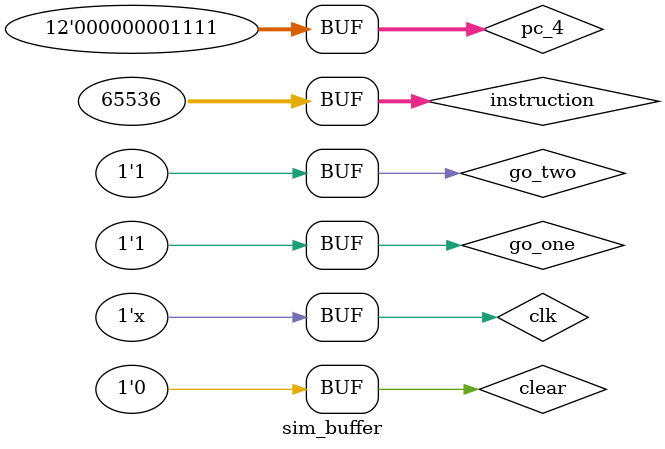
<source format=v>
`timescale 1ns / 1ps
module sim_buffer(); 
    reg [11:0] pc_4;
    reg [31:0] instruction;

    reg clear;
    reg go_one;
    reg go_two;
    reg clk;

    wire [11:0] pc_4_out;
    wire [31:0] instruction_out;
    initial begin
        clk = 0;
        pc_4 = 12'b0000_0000_1111;
        instruction = 32'h0000_10000;
        clear = 0;
        go_one = 1;
        go_two = 1;
        # 50 clear = 1;
        # 20 clear = 0;

    end
    
     
    always #1 clk <= ~clk;
    
IF_ID if_id(pc_4, instruction, clear, go_one, go_two, clk, 
pc_4_out, instruction_out);

    
endmodule
</source>
